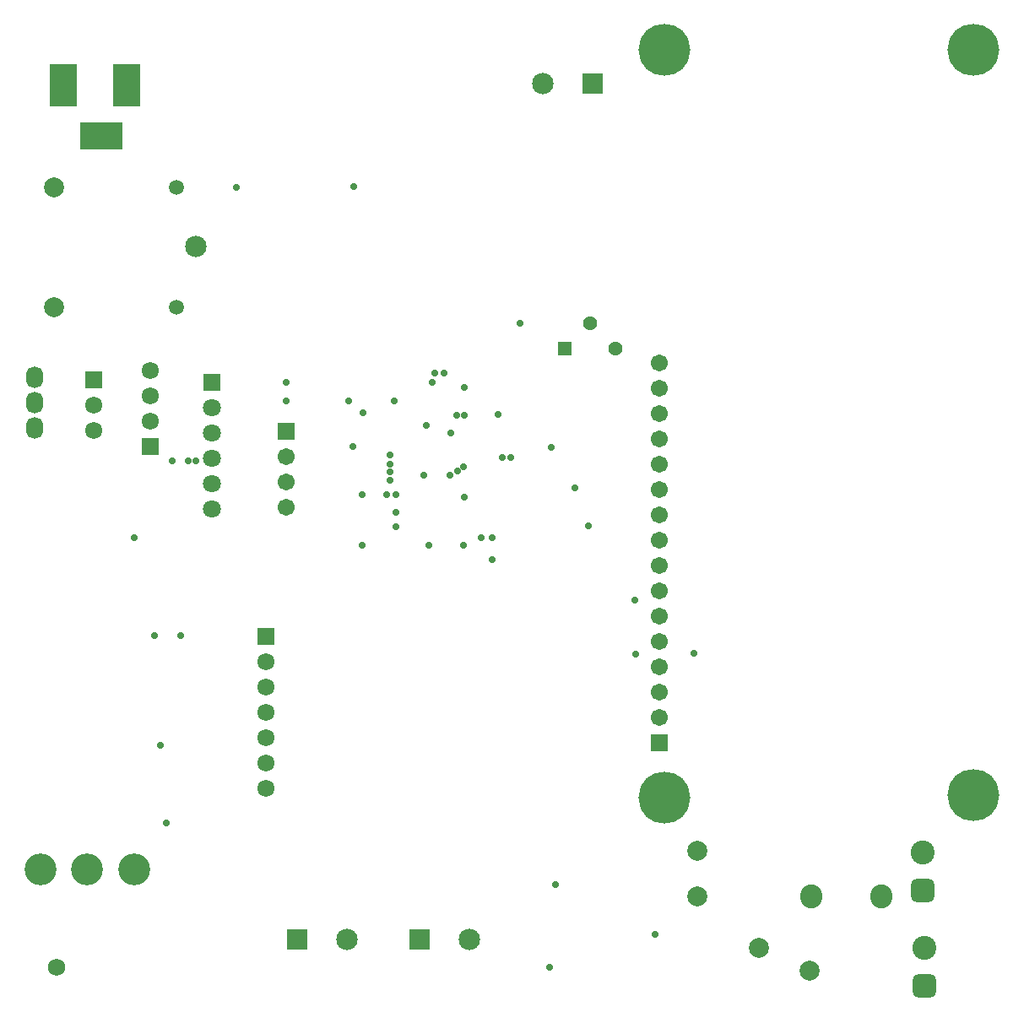
<source format=gbr>
%TF.GenerationSoftware,Altium Limited,Altium Designer,24.9.1 (31)*%
G04 Layer_Color=16711935*
%FSLAX45Y45*%
%MOMM*%
%TF.SameCoordinates,54C84388-69FA-44E8-9161-08C7B8D1B229*%
%TF.FilePolarity,Negative*%
%TF.FileFunction,Soldermask,Bot*%
%TF.Part,Single*%
G01*
G75*
%TA.AperFunction,ViaPad*%
%ADD93C,1.72720*%
%TA.AperFunction,ComponentPad*%
%ADD94C,3.20000*%
%ADD95C,1.72320*%
%ADD96R,1.72320X1.72320*%
%ADD97C,2.00320*%
%ADD98R,2.15320X2.15320*%
%ADD99C,2.15320*%
%ADD100O,2.20320X2.40320*%
%ADD101C,5.20320*%
%ADD102C,1.71120*%
%ADD103R,1.71120X1.71120*%
%ADD104O,1.70320X2.20320*%
%ADD105C,1.80320*%
%ADD106R,1.80320X1.80320*%
%ADD107R,1.42520X1.42520*%
%ADD108C,1.42520*%
%ADD109C,1.51120*%
%ADD110R,4.26720X2.74320*%
%ADD111R,2.74320X4.26720*%
%ADD112C,1.70320*%
%ADD113R,1.70320X1.70320*%
G04:AMPARAMS|DCode=114|XSize=2.4032mm|YSize=2.4032mm|CornerRadius=0.6516mm|HoleSize=0mm|Usage=FLASHONLY|Rotation=90.000|XOffset=0mm|YOffset=0mm|HoleType=Round|Shape=RoundedRectangle|*
%AMROUNDEDRECTD114*
21,1,2.40320,1.10000,0,0,90.0*
21,1,1.10000,2.40320,0,0,90.0*
1,1,1.30320,0.55000,0.55000*
1,1,1.30320,0.55000,-0.55000*
1,1,1.30320,-0.55000,-0.55000*
1,1,1.30320,-0.55000,0.55000*
%
%ADD114ROUNDEDRECTD114*%
%ADD115C,2.40320*%
%TA.AperFunction,ViaPad*%
%ADD116C,0.71120*%
D93*
X450000Y450000D02*
D03*
D94*
X760161Y1428000D02*
D03*
X290161D02*
D03*
X1230161D02*
D03*
D95*
X2552700Y3004820D02*
D03*
Y2242820D02*
D03*
Y2496820D02*
D03*
Y2750820D02*
D03*
Y3512820D02*
D03*
Y3258820D02*
D03*
X828040Y6085840D02*
D03*
Y5831840D02*
D03*
X1391920Y6438900D02*
D03*
Y6184900D02*
D03*
Y5930900D02*
D03*
D96*
X2552700Y3766820D02*
D03*
X828040Y6339840D02*
D03*
X1391920Y5676900D02*
D03*
D97*
X7500620Y640080D02*
D03*
X8008620Y411480D02*
D03*
X6875340Y1619780D02*
D03*
Y1159780D02*
D03*
X431400Y7070800D02*
D03*
Y8270800D02*
D03*
D98*
X2862960Y730080D02*
D03*
X5826380Y9311640D02*
D03*
X4089400Y730080D02*
D03*
D99*
X3362960D02*
D03*
X5326380Y9311640D02*
D03*
X4589400Y730080D02*
D03*
X1851400Y7682800D02*
D03*
D100*
X8725340Y1159780D02*
D03*
X8025340D02*
D03*
D101*
X6550660Y9649460D02*
D03*
X9650660D02*
D03*
X9650060Y2178360D02*
D03*
X6550660Y2149460D02*
D03*
D102*
X6500660Y6509460D02*
D03*
Y6255460D02*
D03*
Y6001460D02*
D03*
Y5747460D02*
D03*
Y5493460D02*
D03*
Y5239460D02*
D03*
Y4985460D02*
D03*
Y4731460D02*
D03*
Y4477460D02*
D03*
Y4223460D02*
D03*
Y3715460D02*
D03*
Y3461460D02*
D03*
Y3207460D02*
D03*
Y2953460D02*
D03*
Y3969460D02*
D03*
D103*
Y2699460D02*
D03*
D104*
X236220Y5859780D02*
D03*
Y6113780D02*
D03*
Y6367780D02*
D03*
D105*
X2012640Y5045519D02*
D03*
Y5299519D02*
D03*
Y5553519D02*
D03*
Y5807519D02*
D03*
Y6061519D02*
D03*
D106*
Y6315519D02*
D03*
D107*
X5546000Y6657340D02*
D03*
D108*
X5800000Y6911340D02*
D03*
X6054000Y6657340D02*
D03*
D109*
X1651400Y8270800D02*
D03*
Y7070800D02*
D03*
D110*
X899160Y8788400D02*
D03*
D111*
X518160Y9296400D02*
D03*
X1153160D02*
D03*
D112*
X2753360Y5067300D02*
D03*
Y5321300D02*
D03*
Y5575300D02*
D03*
D113*
Y5829300D02*
D03*
D114*
X9157062Y266706D02*
D03*
X9141822Y1216666D02*
D03*
D115*
X9157062Y647706D02*
D03*
X9141822Y1597666D02*
D03*
D116*
X4820920Y4754880D02*
D03*
X4714240Y4757420D02*
D03*
X4531360Y4678680D02*
D03*
X4541520Y6268720D02*
D03*
X4338320Y6413500D02*
D03*
X1493520Y2679700D02*
D03*
X1432560Y3774440D02*
D03*
X1551940Y1894840D02*
D03*
X5648960Y5255260D02*
D03*
X3380740Y6126480D02*
D03*
X5097780Y6906260D02*
D03*
X5394960Y452120D02*
D03*
X6459220Y777240D02*
D03*
X4221480Y6319520D02*
D03*
X4244340Y6413500D02*
D03*
X4160520Y5882640D02*
D03*
X4407740Y5808140D02*
D03*
X3843020Y6126480D02*
D03*
X4823391Y4534112D02*
D03*
X4544060Y5163820D02*
D03*
X5410200Y5661660D02*
D03*
X3421380Y5671820D02*
D03*
X3853180Y4866640D02*
D03*
Y5009080D02*
D03*
X4135120Y5384800D02*
D03*
X3766820Y5191760D02*
D03*
X2755900Y6319520D02*
D03*
Y6126480D02*
D03*
X4184849Y4678680D02*
D03*
X2252980Y8275320D02*
D03*
X3431540Y8280400D02*
D03*
X1610360Y5532120D02*
D03*
X1696720Y3774440D02*
D03*
X1770380Y5532120D02*
D03*
X1849120D02*
D03*
X1231900Y4757420D02*
D03*
X6261100Y3586480D02*
D03*
X6842760Y3599180D02*
D03*
X6248400Y4132580D02*
D03*
X5459401Y1281604D02*
D03*
X4470400Y5430520D02*
D03*
X4401820Y5382260D02*
D03*
X3800000Y5497000D02*
D03*
Y5586211D02*
D03*
X4533900Y5473700D02*
D03*
X4884420Y5991860D02*
D03*
X3515360Y5191760D02*
D03*
X3522980Y6012180D02*
D03*
X4466160Y5986780D02*
D03*
X5783249Y4874876D02*
D03*
X3520440Y4678680D02*
D03*
X4919980Y5565140D02*
D03*
X5003800D02*
D03*
X4544060Y5986780D02*
D03*
X3853180Y5191760D02*
D03*
X3800000Y5334000D02*
D03*
Y5420360D02*
D03*
%TF.MD5,79a75f8d2abbd5aaa9e6d2197c9acacc*%
M02*

</source>
